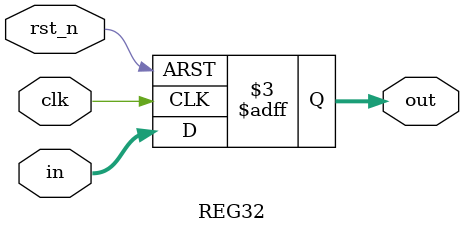
<source format=v>
module REG32(clk,rst_n,in,out);
parameter N=32;
input [N-1:0] in;
input clk,rst_n;
output [N-1:0] out;
reg [N-1:0] out;

always @ (posedge clk or negedge rst_n)
begin
    if(!rst_n) out <= {N{1'b0}};
    else out <= in;
end
endmodule

</source>
